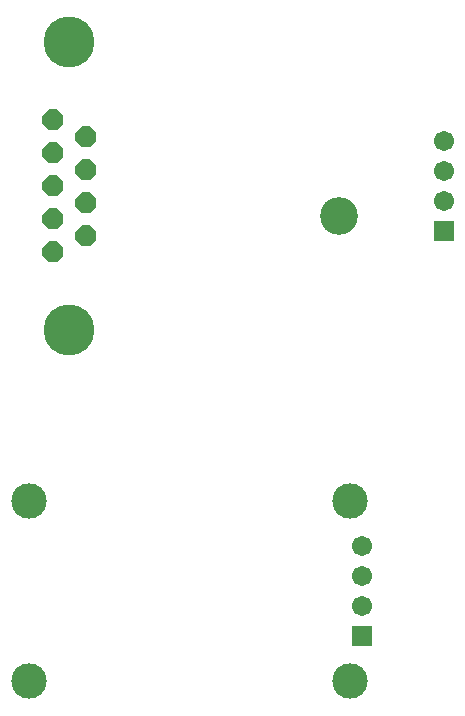
<source format=gbr>
G04 EAGLE Gerber RS-274X export*
G75*
%MOMM*%
%FSLAX34Y34*%
%LPD*%
%INSoldermask Bottom*%
%IPPOS*%
%AMOC8*
5,1,8,0,0,1.08239X$1,22.5*%
G01*
%ADD10R,1.711200X1.711200*%
%ADD11C,1.711200*%
%ADD12C,3.203200*%
%ADD13P,1.924489X8X112.500000*%
%ADD14C,4.318000*%
%ADD15C,3.003200*%


D10*
X419100Y469900D03*
D11*
X419100Y495300D03*
X419100Y520700D03*
X419100Y546100D03*
D12*
X330200Y482600D03*
D13*
X87630Y563880D03*
X87630Y535940D03*
X87630Y508000D03*
X87630Y480060D03*
X87630Y452120D03*
X115570Y549910D03*
X115570Y521970D03*
X115570Y494030D03*
X115570Y466090D03*
D14*
X101600Y629920D03*
X101600Y386080D03*
D10*
X349250Y127000D03*
D11*
X349250Y152400D03*
X349250Y177800D03*
X349250Y203200D03*
D15*
X339090Y88900D03*
X339090Y241300D03*
X67310Y241300D03*
X67310Y88900D03*
M02*

</source>
